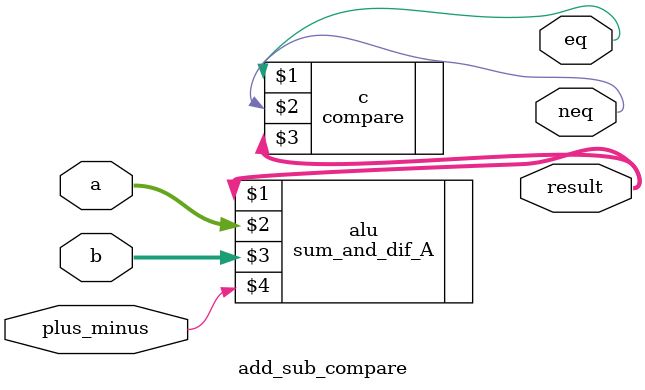
<source format=sv>
module add_sub_compare (
    output logic [3:0] result,
    input logic [3:0] a, b,
    output logic neq, eq,
    input logic plus_minus);

    sum_and_dif_A   alu (result, a, b, plus_minus);
    compare         c   (eq, neq, result);
    
endmodule
</source>
